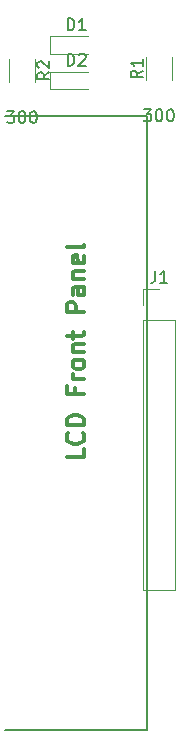
<source format=gbr>
G04 #@! TF.FileFunction,Legend,Top*
%FSLAX46Y46*%
G04 Gerber Fmt 4.6, Leading zero omitted, Abs format (unit mm)*
G04 Created by KiCad (PCBNEW 4.0.7-e2-6376~58~ubuntu16.04.1) date Mon Jun 25 07:50:44 2018*
%MOMM*%
%LPD*%
G01*
G04 APERTURE LIST*
%ADD10C,0.100000*%
%ADD11C,0.300000*%
%ADD12C,0.200000*%
%ADD13C,0.120000*%
%ADD14C,0.150000*%
G04 APERTURE END LIST*
D10*
D11*
X171678571Y-76214285D02*
X171678571Y-76928571D01*
X170178571Y-76928571D01*
X171535714Y-74857142D02*
X171607143Y-74928571D01*
X171678571Y-75142857D01*
X171678571Y-75285714D01*
X171607143Y-75499999D01*
X171464286Y-75642857D01*
X171321429Y-75714285D01*
X171035714Y-75785714D01*
X170821429Y-75785714D01*
X170535714Y-75714285D01*
X170392857Y-75642857D01*
X170250000Y-75499999D01*
X170178571Y-75285714D01*
X170178571Y-75142857D01*
X170250000Y-74928571D01*
X170321429Y-74857142D01*
X171678571Y-74214285D02*
X170178571Y-74214285D01*
X170178571Y-73857142D01*
X170250000Y-73642857D01*
X170392857Y-73499999D01*
X170535714Y-73428571D01*
X170821429Y-73357142D01*
X171035714Y-73357142D01*
X171321429Y-73428571D01*
X171464286Y-73499999D01*
X171607143Y-73642857D01*
X171678571Y-73857142D01*
X171678571Y-74214285D01*
X170892857Y-71071428D02*
X170892857Y-71571428D01*
X171678571Y-71571428D02*
X170178571Y-71571428D01*
X170178571Y-70857142D01*
X171678571Y-70285714D02*
X170678571Y-70285714D01*
X170964286Y-70285714D02*
X170821429Y-70214286D01*
X170750000Y-70142857D01*
X170678571Y-70000000D01*
X170678571Y-69857143D01*
X171678571Y-69142857D02*
X171607143Y-69285715D01*
X171535714Y-69357143D01*
X171392857Y-69428572D01*
X170964286Y-69428572D01*
X170821429Y-69357143D01*
X170750000Y-69285715D01*
X170678571Y-69142857D01*
X170678571Y-68928572D01*
X170750000Y-68785715D01*
X170821429Y-68714286D01*
X170964286Y-68642857D01*
X171392857Y-68642857D01*
X171535714Y-68714286D01*
X171607143Y-68785715D01*
X171678571Y-68928572D01*
X171678571Y-69142857D01*
X170678571Y-68000000D02*
X171678571Y-68000000D01*
X170821429Y-68000000D02*
X170750000Y-67928572D01*
X170678571Y-67785714D01*
X170678571Y-67571429D01*
X170750000Y-67428572D01*
X170892857Y-67357143D01*
X171678571Y-67357143D01*
X170678571Y-66857143D02*
X170678571Y-66285714D01*
X170178571Y-66642857D02*
X171464286Y-66642857D01*
X171607143Y-66571429D01*
X171678571Y-66428571D01*
X171678571Y-66285714D01*
X171678571Y-64642857D02*
X170178571Y-64642857D01*
X170178571Y-64071429D01*
X170250000Y-63928571D01*
X170321429Y-63857143D01*
X170464286Y-63785714D01*
X170678571Y-63785714D01*
X170821429Y-63857143D01*
X170892857Y-63928571D01*
X170964286Y-64071429D01*
X170964286Y-64642857D01*
X171678571Y-62500000D02*
X170892857Y-62500000D01*
X170750000Y-62571429D01*
X170678571Y-62714286D01*
X170678571Y-63000000D01*
X170750000Y-63142857D01*
X171607143Y-62500000D02*
X171678571Y-62642857D01*
X171678571Y-63000000D01*
X171607143Y-63142857D01*
X171464286Y-63214286D01*
X171321429Y-63214286D01*
X171178571Y-63142857D01*
X171107143Y-63000000D01*
X171107143Y-62642857D01*
X171035714Y-62500000D01*
X170678571Y-61785714D02*
X171678571Y-61785714D01*
X170821429Y-61785714D02*
X170750000Y-61714286D01*
X170678571Y-61571428D01*
X170678571Y-61357143D01*
X170750000Y-61214286D01*
X170892857Y-61142857D01*
X171678571Y-61142857D01*
X171607143Y-59857143D02*
X171678571Y-60000000D01*
X171678571Y-60285714D01*
X171607143Y-60428571D01*
X171464286Y-60500000D01*
X170892857Y-60500000D01*
X170750000Y-60428571D01*
X170678571Y-60285714D01*
X170678571Y-60000000D01*
X170750000Y-59857143D01*
X170892857Y-59785714D01*
X171035714Y-59785714D01*
X171178571Y-60500000D01*
X171678571Y-58928571D02*
X171607143Y-59071429D01*
X171464286Y-59142857D01*
X170178571Y-59142857D01*
D12*
X177000000Y-100000000D02*
X165000000Y-100000000D01*
X177000000Y-48000000D02*
X177000000Y-100000000D01*
X165000000Y-48000000D02*
X177000000Y-48000000D01*
D13*
X172000000Y-42750000D02*
X168800000Y-42750000D01*
X168800000Y-41250000D02*
X172000000Y-41250000D01*
X168800000Y-41250000D02*
X168800000Y-42750000D01*
X172000000Y-45750000D02*
X168800000Y-45750000D01*
X168800000Y-44250000D02*
X172000000Y-44250000D01*
X168800000Y-44250000D02*
X168800000Y-45750000D01*
X179070000Y-43000000D02*
X179070000Y-45000000D01*
X176930000Y-45000000D02*
X176930000Y-43000000D01*
X165330000Y-45150000D02*
X165330000Y-43150000D01*
X167470000Y-43150000D02*
X167470000Y-45150000D01*
X176670000Y-88190000D02*
X179330000Y-88190000D01*
X176670000Y-65270000D02*
X176670000Y-88190000D01*
X179330000Y-65270000D02*
X179330000Y-88190000D01*
X176670000Y-65270000D02*
X179330000Y-65270000D01*
X176670000Y-64000000D02*
X176670000Y-62670000D01*
X176670000Y-62670000D02*
X178000000Y-62670000D01*
D14*
X170261905Y-40752381D02*
X170261905Y-39752381D01*
X170500000Y-39752381D01*
X170642858Y-39800000D01*
X170738096Y-39895238D01*
X170785715Y-39990476D01*
X170833334Y-40180952D01*
X170833334Y-40323810D01*
X170785715Y-40514286D01*
X170738096Y-40609524D01*
X170642858Y-40704762D01*
X170500000Y-40752381D01*
X170261905Y-40752381D01*
X171785715Y-40752381D02*
X171214286Y-40752381D01*
X171500000Y-40752381D02*
X171500000Y-39752381D01*
X171404762Y-39895238D01*
X171309524Y-39990476D01*
X171214286Y-40038095D01*
X170261905Y-43752381D02*
X170261905Y-42752381D01*
X170500000Y-42752381D01*
X170642858Y-42800000D01*
X170738096Y-42895238D01*
X170785715Y-42990476D01*
X170833334Y-43180952D01*
X170833334Y-43323810D01*
X170785715Y-43514286D01*
X170738096Y-43609524D01*
X170642858Y-43704762D01*
X170500000Y-43752381D01*
X170261905Y-43752381D01*
X171214286Y-42847619D02*
X171261905Y-42800000D01*
X171357143Y-42752381D01*
X171595239Y-42752381D01*
X171690477Y-42800000D01*
X171738096Y-42847619D01*
X171785715Y-42942857D01*
X171785715Y-43038095D01*
X171738096Y-43180952D01*
X171166667Y-43752381D01*
X171785715Y-43752381D01*
X176602381Y-44166666D02*
X176126190Y-44500000D01*
X176602381Y-44738095D02*
X175602381Y-44738095D01*
X175602381Y-44357142D01*
X175650000Y-44261904D01*
X175697619Y-44214285D01*
X175792857Y-44166666D01*
X175935714Y-44166666D01*
X176030952Y-44214285D01*
X176078571Y-44261904D01*
X176126190Y-44357142D01*
X176126190Y-44738095D01*
X176602381Y-43214285D02*
X176602381Y-43785714D01*
X176602381Y-43500000D02*
X175602381Y-43500000D01*
X175745238Y-43595238D01*
X175840476Y-43690476D01*
X175888095Y-43785714D01*
X176714286Y-47452381D02*
X177333334Y-47452381D01*
X177000000Y-47833333D01*
X177142858Y-47833333D01*
X177238096Y-47880952D01*
X177285715Y-47928571D01*
X177333334Y-48023810D01*
X177333334Y-48261905D01*
X177285715Y-48357143D01*
X177238096Y-48404762D01*
X177142858Y-48452381D01*
X176857143Y-48452381D01*
X176761905Y-48404762D01*
X176714286Y-48357143D01*
X177952381Y-47452381D02*
X178047620Y-47452381D01*
X178142858Y-47500000D01*
X178190477Y-47547619D01*
X178238096Y-47642857D01*
X178285715Y-47833333D01*
X178285715Y-48071429D01*
X178238096Y-48261905D01*
X178190477Y-48357143D01*
X178142858Y-48404762D01*
X178047620Y-48452381D01*
X177952381Y-48452381D01*
X177857143Y-48404762D01*
X177809524Y-48357143D01*
X177761905Y-48261905D01*
X177714286Y-48071429D01*
X177714286Y-47833333D01*
X177761905Y-47642857D01*
X177809524Y-47547619D01*
X177857143Y-47500000D01*
X177952381Y-47452381D01*
X178904762Y-47452381D02*
X179000001Y-47452381D01*
X179095239Y-47500000D01*
X179142858Y-47547619D01*
X179190477Y-47642857D01*
X179238096Y-47833333D01*
X179238096Y-48071429D01*
X179190477Y-48261905D01*
X179142858Y-48357143D01*
X179095239Y-48404762D01*
X179000001Y-48452381D01*
X178904762Y-48452381D01*
X178809524Y-48404762D01*
X178761905Y-48357143D01*
X178714286Y-48261905D01*
X178666667Y-48071429D01*
X178666667Y-47833333D01*
X178714286Y-47642857D01*
X178761905Y-47547619D01*
X178809524Y-47500000D01*
X178904762Y-47452381D01*
X168702381Y-44316666D02*
X168226190Y-44650000D01*
X168702381Y-44888095D02*
X167702381Y-44888095D01*
X167702381Y-44507142D01*
X167750000Y-44411904D01*
X167797619Y-44364285D01*
X167892857Y-44316666D01*
X168035714Y-44316666D01*
X168130952Y-44364285D01*
X168178571Y-44411904D01*
X168226190Y-44507142D01*
X168226190Y-44888095D01*
X167797619Y-43935714D02*
X167750000Y-43888095D01*
X167702381Y-43792857D01*
X167702381Y-43554761D01*
X167750000Y-43459523D01*
X167797619Y-43411904D01*
X167892857Y-43364285D01*
X167988095Y-43364285D01*
X168130952Y-43411904D01*
X168702381Y-43983333D01*
X168702381Y-43364285D01*
X165114286Y-47602381D02*
X165733334Y-47602381D01*
X165400000Y-47983333D01*
X165542858Y-47983333D01*
X165638096Y-48030952D01*
X165685715Y-48078571D01*
X165733334Y-48173810D01*
X165733334Y-48411905D01*
X165685715Y-48507143D01*
X165638096Y-48554762D01*
X165542858Y-48602381D01*
X165257143Y-48602381D01*
X165161905Y-48554762D01*
X165114286Y-48507143D01*
X166352381Y-47602381D02*
X166447620Y-47602381D01*
X166542858Y-47650000D01*
X166590477Y-47697619D01*
X166638096Y-47792857D01*
X166685715Y-47983333D01*
X166685715Y-48221429D01*
X166638096Y-48411905D01*
X166590477Y-48507143D01*
X166542858Y-48554762D01*
X166447620Y-48602381D01*
X166352381Y-48602381D01*
X166257143Y-48554762D01*
X166209524Y-48507143D01*
X166161905Y-48411905D01*
X166114286Y-48221429D01*
X166114286Y-47983333D01*
X166161905Y-47792857D01*
X166209524Y-47697619D01*
X166257143Y-47650000D01*
X166352381Y-47602381D01*
X167304762Y-47602381D02*
X167400001Y-47602381D01*
X167495239Y-47650000D01*
X167542858Y-47697619D01*
X167590477Y-47792857D01*
X167638096Y-47983333D01*
X167638096Y-48221429D01*
X167590477Y-48411905D01*
X167542858Y-48507143D01*
X167495239Y-48554762D01*
X167400001Y-48602381D01*
X167304762Y-48602381D01*
X167209524Y-48554762D01*
X167161905Y-48507143D01*
X167114286Y-48411905D01*
X167066667Y-48221429D01*
X167066667Y-47983333D01*
X167114286Y-47792857D01*
X167161905Y-47697619D01*
X167209524Y-47650000D01*
X167304762Y-47602381D01*
X177666667Y-61122381D02*
X177666667Y-61836667D01*
X177619047Y-61979524D01*
X177523809Y-62074762D01*
X177380952Y-62122381D01*
X177285714Y-62122381D01*
X178666667Y-62122381D02*
X178095238Y-62122381D01*
X178380952Y-62122381D02*
X178380952Y-61122381D01*
X178285714Y-61265238D01*
X178190476Y-61360476D01*
X178095238Y-61408095D01*
M02*

</source>
